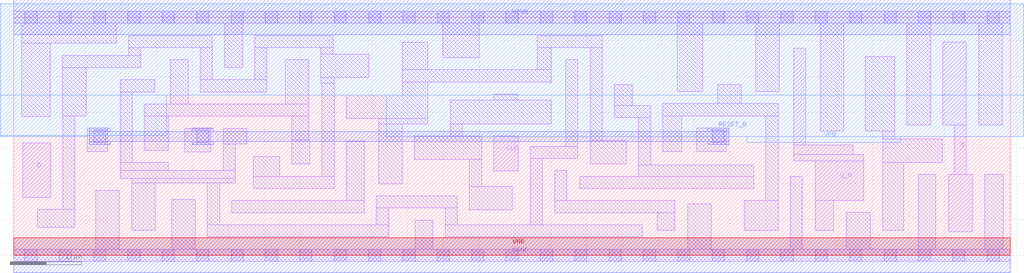
<source format=lef>
# Copyright 2020 The SkyWater PDK Authors
#
# Licensed under the Apache License, Version 2.0 (the "License");
# you may not use this file except in compliance with the License.
# You may obtain a copy of the License at
#
#     https://www.apache.org/licenses/LICENSE-2.0
#
# Unless required by applicable law or agreed to in writing, software
# distributed under the License is distributed on an "AS IS" BASIS,
# WITHOUT WARRANTIES OR CONDITIONS OF ANY KIND, either express or implied.
# See the License for the specific language governing permissions and
# limitations under the License.
#
# SPDX-License-Identifier: Apache-2.0

VERSION 5.7 ;
  NOWIREEXTENSIONATPIN ON ;
  DIVIDERCHAR "/" ;
  BUSBITCHARS "[]" ;
MACRO sky130_fd_sc_ms__dfrbp_2
  CLASS CORE ;
  FOREIGN sky130_fd_sc_ms__dfrbp_2 ;
  ORIGIN  0.000000  0.000000 ;
  SIZE  13.92000 BY  3.330000 ;
  SYMMETRY X Y R90 ;
  SITE unit ;
  PIN D
    ANTENNAGATEAREA  0.138600 ;
    DIRECTION INPUT ;
    USE SIGNAL ;
    PORT
      LAYER li1 ;
        RECT 0.125000 0.810000 0.515000 1.570000 ;
    END
  END D
  PIN Q
    ANTENNADIFFAREA  0.509600 ;
    DIRECTION OUTPUT ;
    USE SIGNAL ;
    PORT
      LAYER li1 ;
        RECT 12.975000 1.820000 13.305000 2.980000 ;
        RECT 13.060000 0.330000 13.390000 1.130000 ;
        RECT 13.135000 1.130000 13.305000 1.820000 ;
    END
  END Q
  PIN Q_N
    ANTENNADIFFAREA  0.509600 ;
    DIRECTION OUTPUT ;
    USE SIGNAL ;
    PORT
      LAYER li1 ;
        RECT 10.895000 1.320000 11.875000 1.410000 ;
        RECT 10.895000 1.410000 11.725000 1.540000 ;
        RECT 10.895000 1.540000 11.065000 2.900000 ;
        RECT 11.195000 0.350000 11.455000 0.770000 ;
        RECT 11.195000 0.770000 11.875000 1.320000 ;
    END
  END Q_N
  PIN RESET_B
    ANTENNAGATEAREA  0.415800 ;
    DIRECTION INPUT ;
    USE SIGNAL ;
    PORT
      LAYER met1 ;
        RECT 1.055000 1.550000 1.345000 1.595000 ;
        RECT 1.055000 1.595000 9.985000 1.735000 ;
        RECT 1.055000 1.735000 1.345000 1.780000 ;
        RECT 2.495000 1.550000 2.785000 1.595000 ;
        RECT 2.495000 1.735000 2.785000 1.780000 ;
        RECT 9.695000 1.550000 9.985000 1.595000 ;
        RECT 9.695000 1.735000 9.985000 1.780000 ;
    END
  END RESET_B
  PIN CLK
    ANTENNAGATEAREA  0.312600 ;
    DIRECTION INPUT ;
    USE CLOCK ;
    PORT
      LAYER li1 ;
        RECT 6.705000 1.180000 7.045000 1.670000 ;
    END
  END CLK
  PIN VGND
    DIRECTION INOUT ;
    USE GROUND ;
    PORT
      LAYER met1 ;
        RECT 0.000000 -0.245000 13.920000 0.245000 ;
    END
  END VGND
  PIN VNB
    DIRECTION INOUT ;
    USE GROUND ;
    PORT
      LAYER pwell ;
        RECT 0.000000 0.000000 13.920000 0.245000 ;
    END
  END VNB
  PIN VPB
    DIRECTION INOUT ;
    USE POWER ;
    PORT
      LAYER nwell ;
        RECT -0.190000 1.660000  1.035000 1.675000 ;
        RECT -0.190000 1.675000  2.130000 2.245000 ;
        RECT -0.190000 2.245000 14.110000 3.520000 ;
        RECT  5.200000 1.660000 14.110000 2.245000 ;
        RECT 10.235000 1.580000 12.385000 1.660000 ;
    END
  END VPB
  PIN VPWR
    DIRECTION INOUT ;
    USE POWER ;
    PORT
      LAYER met1 ;
        RECT 0.000000 3.085000 13.920000 3.575000 ;
    END
  END VPWR
  OBS
    LAYER li1 ;
      RECT  0.000000 -0.085000 13.920000 0.085000 ;
      RECT  0.000000  3.245000 13.920000 3.415000 ;
      RECT  0.115000  1.940000  0.510000 2.965000 ;
      RECT  0.115000  2.965000  1.435000 3.245000 ;
      RECT  0.325000  0.390000  0.855000 0.640000 ;
      RECT  0.680000  1.950000  1.010000 2.625000 ;
      RECT  0.680000  2.625000  1.775000 2.795000 ;
      RECT  0.685000  0.640000  0.855000 1.950000 ;
      RECT  1.025000  1.450000  1.315000 1.780000 ;
      RECT  1.145000  0.085000  1.475000 0.905000 ;
      RECT  1.485000  1.075000  3.095000 1.185000 ;
      RECT  1.485000  1.185000  2.155000 1.300000 ;
      RECT  1.485000  1.300000  1.655000 2.285000 ;
      RECT  1.485000  2.285000  1.970000 2.455000 ;
      RECT  1.605000  2.795000  1.775000 2.905000 ;
      RECT  1.605000  2.905000  2.775000 3.075000 ;
      RECT  1.645000  0.350000  1.975000 1.015000 ;
      RECT  1.645000  1.015000  3.095000 1.075000 ;
      RECT  1.825000  1.470000  2.155000 1.945000 ;
      RECT  1.825000  1.945000  4.120000 2.115000 ;
      RECT  2.185000  2.115000  2.435000 2.735000 ;
      RECT  2.205000  0.085000  2.535000 0.780000 ;
      RECT  2.385000  1.445000  2.755000 1.775000 ;
      RECT  2.605000  2.285000  3.535000 2.455000 ;
      RECT  2.605000  2.455000  2.775000 2.905000 ;
      RECT  2.705000  0.255000  5.235000 0.425000 ;
      RECT  2.705000  0.425000  2.875000 1.015000 ;
      RECT  2.925000  1.185000  3.095000 1.555000 ;
      RECT  2.925000  1.555000  3.255000 1.775000 ;
      RECT  2.945000  2.625000  3.195000 3.245000 ;
      RECT  3.045000  0.595000  4.895000 0.765000 ;
      RECT  3.345000  0.935000  4.475000 1.105000 ;
      RECT  3.345000  1.105000  3.715000 1.385000 ;
      RECT  3.365000  2.455000  3.535000 2.905000 ;
      RECT  3.365000  2.905000  4.460000 3.075000 ;
      RECT  3.790000  2.115000  4.120000 2.735000 ;
      RECT  3.885000  1.275000  4.135000 1.610000 ;
      RECT  3.885000  1.610000  4.120000 1.945000 ;
      RECT  4.290000  2.410000  4.475000 2.485000 ;
      RECT  4.290000  2.485000  4.960000 2.815000 ;
      RECT  4.290000  2.815000  4.460000 2.905000 ;
      RECT  4.305000  1.105000  4.475000 2.410000 ;
      RECT  4.645000  0.765000  4.895000 1.600000 ;
      RECT  4.645000  1.910000  5.785000 2.240000 ;
      RECT  5.065000  0.425000  5.235000 0.660000 ;
      RECT  5.065000  0.660000  6.195000 0.830000 ;
      RECT  5.095000  1.000000  5.425000 1.840000 ;
      RECT  5.095000  1.840000  5.785000 1.910000 ;
      RECT  5.425000  2.240000  5.785000 2.425000 ;
      RECT  5.425000  2.425000  7.505000 2.595000 ;
      RECT  5.425000  2.595000  5.785000 2.980000 ;
      RECT  5.595000  1.340000  6.535000 1.670000 ;
      RECT  5.605000  0.085000  5.855000 0.490000 ;
      RECT  5.990000  2.765000  6.500000 3.245000 ;
      RECT  6.025000  0.255000  8.780000 0.425000 ;
      RECT  6.025000  0.425000  6.195000 0.660000 ;
      RECT  6.095000  1.670000  6.265000 1.840000 ;
      RECT  6.095000  1.840000  7.505000 2.170000 ;
      RECT  6.365000  0.635000  6.960000 0.965000 ;
      RECT  6.365000  0.965000  6.535000 1.340000 ;
      RECT  6.705000  2.170000  7.035000 2.255000 ;
      RECT  7.215000  0.425000  7.385000 1.355000 ;
      RECT  7.215000  1.355000  7.880000 1.525000 ;
      RECT  7.315000  2.595000  7.505000 2.905000 ;
      RECT  7.315000  2.905000  8.220000 3.075000 ;
      RECT  7.555000  0.595000  9.235000 0.765000 ;
      RECT  7.555000  0.765000  7.725000 1.185000 ;
      RECT  7.710000  1.525000  7.880000 2.735000 ;
      RECT  7.905000  0.935000 10.335000 1.105000 ;
      RECT  8.050000  1.275000  8.555000 1.605000 ;
      RECT  8.050000  1.605000  8.220000 2.905000 ;
      RECT  8.390000  1.925000  8.895000 2.095000 ;
      RECT  8.390000  2.095000  8.640000 2.385000 ;
      RECT  8.725000  1.105000 10.335000 1.265000 ;
      RECT  8.725000  1.265000  8.895000 1.925000 ;
      RECT  8.985000  0.350000  9.235000 0.595000 ;
      RECT  9.065000  1.455000  9.330000 1.950000 ;
      RECT  9.065000  1.950000 10.675000 2.120000 ;
      RECT  9.265000  2.290000  9.625000 3.245000 ;
      RECT  9.415000  0.085000  9.745000 0.720000 ;
      RECT  9.540000  1.450000  9.955000 1.780000 ;
      RECT  9.830000  2.120000 10.160000 2.385000 ;
      RECT 10.205000  0.350000 10.675000 0.765000 ;
      RECT 10.365000  2.290000 10.695000 3.245000 ;
      RECT 10.505000  0.765000 10.675000 1.950000 ;
      RECT 10.845000  0.085000 11.015000 1.100000 ;
      RECT 11.265000  1.740000 11.595000 3.245000 ;
      RECT 11.625000  0.085000 11.965000 0.600000 ;
      RECT 11.895000  1.740000 12.305000 2.780000 ;
      RECT 12.135000  0.350000 12.430000 1.300000 ;
      RECT 12.135000  1.300000 12.965000 1.630000 ;
      RECT 12.135000  1.630000 12.305000 1.740000 ;
      RECT 12.475000  1.820000 12.805000 3.245000 ;
      RECT 12.630000  0.085000 12.880000 1.130000 ;
      RECT 13.475000  1.820000 13.805000 3.245000 ;
      RECT 13.560000  0.085000 13.820000 1.130000 ;
    LAYER mcon ;
      RECT  0.155000 -0.085000  0.325000 0.085000 ;
      RECT  0.155000  3.245000  0.325000 3.415000 ;
      RECT  0.635000 -0.085000  0.805000 0.085000 ;
      RECT  0.635000  3.245000  0.805000 3.415000 ;
      RECT  1.115000 -0.085000  1.285000 0.085000 ;
      RECT  1.115000  1.580000  1.285000 1.750000 ;
      RECT  1.115000  3.245000  1.285000 3.415000 ;
      RECT  1.595000 -0.085000  1.765000 0.085000 ;
      RECT  1.595000  3.245000  1.765000 3.415000 ;
      RECT  2.075000 -0.085000  2.245000 0.085000 ;
      RECT  2.075000  3.245000  2.245000 3.415000 ;
      RECT  2.555000 -0.085000  2.725000 0.085000 ;
      RECT  2.555000  1.580000  2.725000 1.750000 ;
      RECT  2.555000  3.245000  2.725000 3.415000 ;
      RECT  3.035000 -0.085000  3.205000 0.085000 ;
      RECT  3.035000  3.245000  3.205000 3.415000 ;
      RECT  3.515000 -0.085000  3.685000 0.085000 ;
      RECT  3.515000  3.245000  3.685000 3.415000 ;
      RECT  3.995000 -0.085000  4.165000 0.085000 ;
      RECT  3.995000  3.245000  4.165000 3.415000 ;
      RECT  4.475000 -0.085000  4.645000 0.085000 ;
      RECT  4.475000  3.245000  4.645000 3.415000 ;
      RECT  4.955000 -0.085000  5.125000 0.085000 ;
      RECT  4.955000  3.245000  5.125000 3.415000 ;
      RECT  5.435000 -0.085000  5.605000 0.085000 ;
      RECT  5.435000  3.245000  5.605000 3.415000 ;
      RECT  5.915000 -0.085000  6.085000 0.085000 ;
      RECT  5.915000  3.245000  6.085000 3.415000 ;
      RECT  6.395000 -0.085000  6.565000 0.085000 ;
      RECT  6.395000  3.245000  6.565000 3.415000 ;
      RECT  6.875000 -0.085000  7.045000 0.085000 ;
      RECT  6.875000  3.245000  7.045000 3.415000 ;
      RECT  7.355000 -0.085000  7.525000 0.085000 ;
      RECT  7.355000  3.245000  7.525000 3.415000 ;
      RECT  7.835000 -0.085000  8.005000 0.085000 ;
      RECT  7.835000  3.245000  8.005000 3.415000 ;
      RECT  8.315000 -0.085000  8.485000 0.085000 ;
      RECT  8.315000  3.245000  8.485000 3.415000 ;
      RECT  8.795000 -0.085000  8.965000 0.085000 ;
      RECT  8.795000  3.245000  8.965000 3.415000 ;
      RECT  9.275000 -0.085000  9.445000 0.085000 ;
      RECT  9.275000  3.245000  9.445000 3.415000 ;
      RECT  9.755000 -0.085000  9.925000 0.085000 ;
      RECT  9.755000  1.580000  9.925000 1.750000 ;
      RECT  9.755000  3.245000  9.925000 3.415000 ;
      RECT 10.235000 -0.085000 10.405000 0.085000 ;
      RECT 10.235000  3.245000 10.405000 3.415000 ;
      RECT 10.715000 -0.085000 10.885000 0.085000 ;
      RECT 10.715000  3.245000 10.885000 3.415000 ;
      RECT 11.195000 -0.085000 11.365000 0.085000 ;
      RECT 11.195000  3.245000 11.365000 3.415000 ;
      RECT 11.675000 -0.085000 11.845000 0.085000 ;
      RECT 11.675000  3.245000 11.845000 3.415000 ;
      RECT 12.155000 -0.085000 12.325000 0.085000 ;
      RECT 12.155000  3.245000 12.325000 3.415000 ;
      RECT 12.635000 -0.085000 12.805000 0.085000 ;
      RECT 12.635000  3.245000 12.805000 3.415000 ;
      RECT 13.115000 -0.085000 13.285000 0.085000 ;
      RECT 13.115000  3.245000 13.285000 3.415000 ;
      RECT 13.595000 -0.085000 13.765000 0.085000 ;
      RECT 13.595000  3.245000 13.765000 3.415000 ;
  END
END sky130_fd_sc_ms__dfrbp_2
END LIBRARY

</source>
